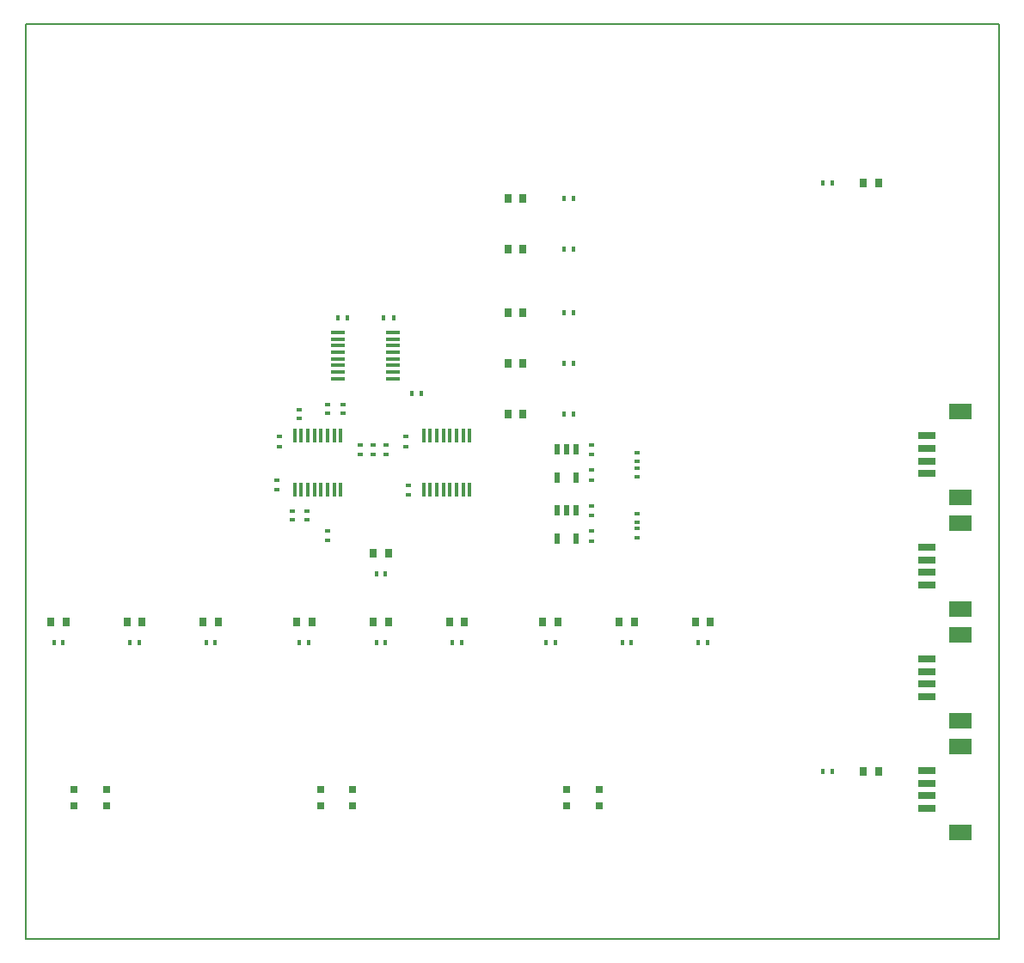
<source format=gtp>
G04*
G04 #@! TF.GenerationSoftware,Altium Limited,Altium Designer,18.1.9 (240)*
G04*
G04 Layer_Color=8421504*
%FSLAX44Y44*%
%MOMM*%
G71*
G01*
G75*
%ADD11C,0.2000*%
%ADD15R,0.4000X0.6000*%
%ADD16R,0.6000X1.1000*%
%ADD17R,0.6000X0.4000*%
%ADD18R,0.6000X0.4500*%
%ADD19R,0.7000X0.7500*%
%ADD20R,0.4500X0.6000*%
%ADD21R,0.7000X0.9000*%
%ADD22R,1.4000X0.3500*%
%ADD23R,0.3500X1.4000*%
%ADD24R,2.2000X1.6000*%
%ADD25R,1.8000X0.7000*%
D11*
Y901700D01*
X958850Y901700D01*
Y0D02*
Y901700D01*
X0Y0D02*
X958850D01*
D15*
X389500Y537500D02*
D03*
X380500D02*
D03*
X794500Y165000D02*
D03*
X785500D02*
D03*
X530500Y680000D02*
D03*
X539500D02*
D03*
X345500Y292500D02*
D03*
X354500D02*
D03*
X270000D02*
D03*
X279000D02*
D03*
X512600D02*
D03*
X521600D02*
D03*
X103000D02*
D03*
X112000D02*
D03*
X28000D02*
D03*
X37000D02*
D03*
X587600D02*
D03*
X596600D02*
D03*
X420500D02*
D03*
X429500D02*
D03*
X178000D02*
D03*
X187000D02*
D03*
X662600D02*
D03*
X671600D02*
D03*
X345500Y360000D02*
D03*
X354500D02*
D03*
X530500Y730000D02*
D03*
X539500D02*
D03*
X530500Y567500D02*
D03*
X539500D02*
D03*
X794500Y745000D02*
D03*
X785500D02*
D03*
X308000Y612500D02*
D03*
X317000D02*
D03*
X539500Y517500D02*
D03*
X530500D02*
D03*
X539500Y617500D02*
D03*
X530500D02*
D03*
D16*
X542500Y483000D02*
D03*
X533000D02*
D03*
X523500D02*
D03*
Y455000D02*
D03*
X542500D02*
D03*
Y422500D02*
D03*
X533000D02*
D03*
X523500D02*
D03*
Y394500D02*
D03*
X542500D02*
D03*
D17*
X557500Y417500D02*
D03*
Y426500D02*
D03*
X602500Y479500D02*
D03*
Y470500D02*
D03*
X557500Y478000D02*
D03*
Y487000D02*
D03*
X602500Y464500D02*
D03*
Y455500D02*
D03*
Y419500D02*
D03*
Y410500D02*
D03*
Y404500D02*
D03*
Y395500D02*
D03*
X355000Y487000D02*
D03*
Y478000D02*
D03*
X342500Y487000D02*
D03*
Y478000D02*
D03*
X330000D02*
D03*
Y487000D02*
D03*
X270000Y513000D02*
D03*
Y522000D02*
D03*
X297500Y527000D02*
D03*
Y518000D02*
D03*
X312500Y527000D02*
D03*
Y518000D02*
D03*
X277500Y422000D02*
D03*
Y413000D02*
D03*
X297500Y402000D02*
D03*
Y393000D02*
D03*
X262500Y413000D02*
D03*
Y422000D02*
D03*
X377500Y447000D02*
D03*
Y438000D02*
D03*
X247500Y452000D02*
D03*
Y443000D02*
D03*
D18*
X557500Y462500D02*
D03*
Y452500D02*
D03*
Y402500D02*
D03*
Y392500D02*
D03*
X250000Y495000D02*
D03*
Y485000D02*
D03*
X375000Y495000D02*
D03*
Y485000D02*
D03*
D19*
X533000Y131000D02*
D03*
X565000D02*
D03*
Y147500D02*
D03*
X533000D02*
D03*
X290500Y131000D02*
D03*
X322500D02*
D03*
Y147500D02*
D03*
X290500D02*
D03*
X48000Y131000D02*
D03*
X80000D02*
D03*
Y147500D02*
D03*
X48000D02*
D03*
D20*
X362500Y612500D02*
D03*
X352500D02*
D03*
D21*
X840000Y165000D02*
D03*
X825000D02*
D03*
X490000Y680000D02*
D03*
X475000D02*
D03*
X342500Y312500D02*
D03*
X357500D02*
D03*
X267000Y312500D02*
D03*
X282000Y312500D02*
D03*
X509600D02*
D03*
X524600D02*
D03*
X100000D02*
D03*
X115000D02*
D03*
X25000D02*
D03*
X40000D02*
D03*
X584600D02*
D03*
X599600D02*
D03*
X417500D02*
D03*
X432500D02*
D03*
X175000D02*
D03*
X190000D02*
D03*
X659600Y312500D02*
D03*
X674600Y312500D02*
D03*
X342500Y380000D02*
D03*
X357500D02*
D03*
X490000Y730000D02*
D03*
X475000D02*
D03*
X490000Y567500D02*
D03*
X475000D02*
D03*
X825000Y745000D02*
D03*
X840000D02*
D03*
X475000Y517500D02*
D03*
X490000D02*
D03*
X475000Y617500D02*
D03*
X490000D02*
D03*
D22*
X361500Y552500D02*
D03*
Y559000D02*
D03*
Y565500D02*
D03*
Y572000D02*
D03*
Y578500D02*
D03*
Y585000D02*
D03*
Y591500D02*
D03*
Y598000D02*
D03*
X307500Y552500D02*
D03*
Y559000D02*
D03*
Y565500D02*
D03*
Y572000D02*
D03*
Y578500D02*
D03*
Y585000D02*
D03*
Y591500D02*
D03*
Y598000D02*
D03*
D23*
X392000Y442500D02*
D03*
X398500D02*
D03*
X405000D02*
D03*
X411500D02*
D03*
X418000D02*
D03*
X424500D02*
D03*
X431000D02*
D03*
X437500D02*
D03*
X392000Y496500D02*
D03*
X398500D02*
D03*
X405000D02*
D03*
X411500D02*
D03*
X418000D02*
D03*
X424500D02*
D03*
X431000D02*
D03*
X437500D02*
D03*
X265000Y442500D02*
D03*
X271500D02*
D03*
X278000D02*
D03*
X284500D02*
D03*
X291000D02*
D03*
X297500D02*
D03*
X304000D02*
D03*
X310500D02*
D03*
X265000Y496500D02*
D03*
X271500D02*
D03*
X278000D02*
D03*
X284500D02*
D03*
X291000D02*
D03*
X297500D02*
D03*
X304000D02*
D03*
X310500D02*
D03*
D24*
X920942Y189750D02*
D03*
Y105250D02*
D03*
Y299750D02*
D03*
Y215250D02*
D03*
Y435250D02*
D03*
Y519750D02*
D03*
Y325250D02*
D03*
Y409750D02*
D03*
D25*
X887942Y141250D02*
D03*
Y128750D02*
D03*
Y153750D02*
D03*
Y166250D02*
D03*
Y251250D02*
D03*
Y238750D02*
D03*
Y263750D02*
D03*
Y276250D02*
D03*
Y496250D02*
D03*
Y483750D02*
D03*
Y458750D02*
D03*
Y471250D02*
D03*
Y386250D02*
D03*
Y373750D02*
D03*
Y348750D02*
D03*
Y361250D02*
D03*
M02*

</source>
